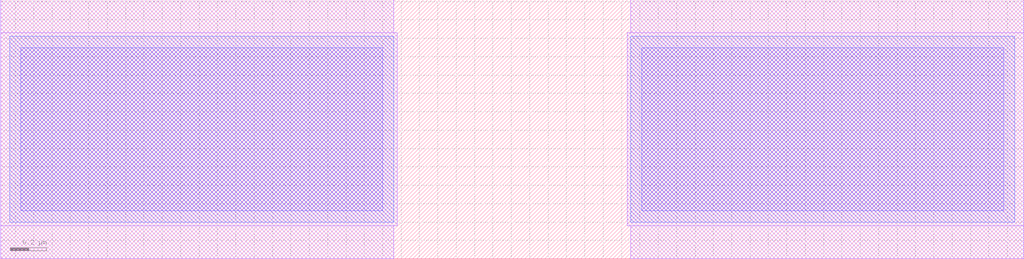
<source format=lef>
# Copyright 2020 The SkyWater PDK Authors
#
# Licensed under the Apache License, Version 2.0 (the "License");
# you may not use this file except in compliance with the License.
# You may obtain a copy of the License at
#
#     https://www.apache.org/licenses/LICENSE-2.0
#
# Unless required by applicable law or agreed to in writing, software
# distributed under the License is distributed on an "AS IS" BASIS,
# WITHOUT WARRANTIES OR CONDITIONS OF ANY KIND, either express or implied.
# See the License for the specific language governing permissions and
# limitations under the License.
#
# SPDX-License-Identifier: Apache-2.0

VERSION 5.7 ;
  NOWIREEXTENSIONATPIN ON ;
  DIVIDERCHAR "/" ;
  BUSBITCHARS "[]" ;
MACRO sky130_fd_pr__res_high_po_1p41__example1
  CLASS BLOCK ;
  FOREIGN sky130_fd_pr__res_high_po_1p41__example1 ;
  ORIGIN  2.080000  0.000000 ;
  SIZE  5.570000 BY  1.410000 ;
  OBS
    LAYER li1 ;
      RECT -2.080000 0.000000 0.060000 0.180000 ;
      RECT -2.080000 0.180000 0.080000 1.230000 ;
      RECT -2.080000 1.230000 0.060000 1.410000 ;
      RECT  1.330000 0.180000 3.490000 1.230000 ;
      RECT  1.350000 0.000000 3.490000 0.180000 ;
      RECT  1.350000 1.230000 3.490000 1.410000 ;
    LAYER mcon ;
      RECT -1.970000 0.260000 0.000000 1.150000 ;
      RECT  1.410000 0.260000 3.380000 1.150000 ;
    LAYER met1 ;
      RECT -2.030000 0.200000 0.060000 1.210000 ;
      RECT  1.350000 0.200000 3.440000 1.210000 ;
  END
END sky130_fd_pr__res_high_po_1p41__example1
END LIBRARY

</source>
